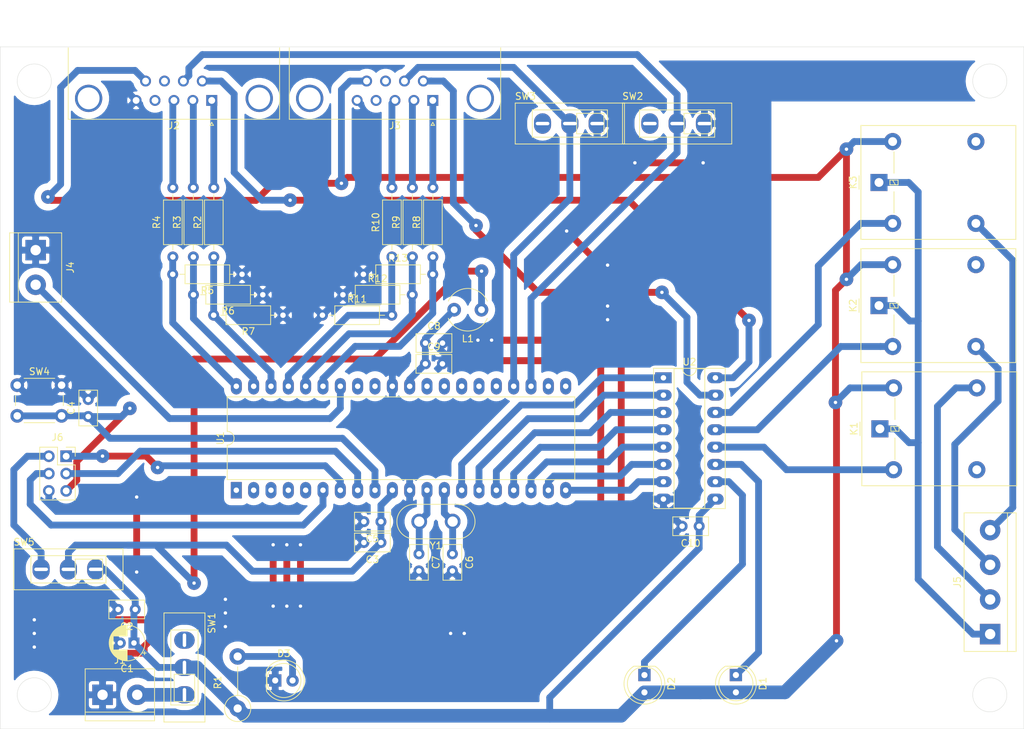
<source format=kicad_pcb>
(kicad_pcb (version 20171130) (host pcbnew "(5.1.2)-2")
  (layers (0 F.Cu signal) (31 B.Cu signal) (34 B.Paste user) (35 F.Paste user) (36 B.SilkS user) (37 F.SilkS user) (38 B.Mask user) (39 F.Mask user) (44 Edge.Cuts user))
  (net 0 "")
  (net 1 GND)
  (net 2 +5V)
  (net 3 VCC)
  (net 4 RST)
  (net 5 "Net-(C6-Pad1)")
  (net 6 "Net-(C7-Pad1)")
  (net 7 AVCC)
  (net 8 Indicator-A)
  (net 9 Indicator-B)
  (net 10 "Net-(D3-Pad2)")
  (net 11 "Net-(J1-Pad2)")
  (net 12 Switch-A)
  (net 13 Buzzer-A)
  (net 14 Top-B)
  (net 15 Middle-B)
  (net 16 Bottom-B)
  (net 17 Switch-B)
  (net 18 Buzzer-B)
  (net 19 PowerDetection-B)
  (net 20 "Net-(J5-Pad4)")
  (net 21 Line-A)
  (net 22 "Net-(J5-Pad3)")
  (net 23 "Net-(J5-Pad2)")
  (net 24 MOSI)
  (net 25 SCK)
  (net 26 "Net-(J6-Pad2)")
  (net 27 MISO)
  (net 28 Valve)
  (net 29 SupplySelect)
  (net 30 MotorON-OFF)
  (net 31 Top-A)
  (net 32 Middle-A)
  (net 33 Bottom-A)
  (net 34 "Net-(U1-Pad20)")
  (net 35 "Net-(U1-Pad19)")
  (net 36 "Net-(U1-Pad18)")
  (net 37 "Net-(U1-Pad17)")
  (net 38 "Net-(U1-Pad16)")
  (net 39 "Net-(U1-Pad15)")
  (net 40 "Net-(U1-Pad14)")
  (net 41 "Net-(J2-Pad3)")
  (net 42 "Net-(J2-Pad2)")
  (net 43 "Net-(J2-Pad1)")
  (net 44 "Net-(J3-Pad3)")
  (net 45 "Net-(J3-Pad2)")
  (net 46 "Net-(J3-Pad1)")
  (module Package_DIP:DIP-40_W15.24mm_LongPads (layer F.Cu) (at 59.6 90 90)
    (fp_text reference U1 (at 7.62 -2.33 90) (layer F.SilkS))
    (fp_text value ATmega8535-16PU)
    (pad 40 thru_hole oval (at 15.24 0 90) (size 2.4 1.6) (drill 0.8) (layers *.Cu *.Mask) (net 31 Top-A))
    (pad 20 thru_hole oval (at 0 48.26 90) (size 2.4 1.6) (drill 0.8) (layers *.Cu *.Mask) (net 34 "Net-(U1-Pad20)"))
    (pad 39 thru_hole oval (at 15.24 2.54 90) (size 2.4 1.6) (drill 0.8) (layers *.Cu *.Mask) (net 32 Middle-A))
    (pad 19 thru_hole oval (at 0 45.72 90) (size 2.4 1.6) (drill 0.8) (layers *.Cu *.Mask) (net 35 "Net-(U1-Pad19)"))
    (pad 38 thru_hole oval (at 15.24 5.08 90) (size 2.4 1.6) (drill 0.8) (layers *.Cu *.Mask) (net 33 Bottom-A))
    (pad 18 thru_hole oval (at 0 43.18 90) (size 2.4 1.6) (drill 0.8) (layers *.Cu *.Mask) (net 36 "Net-(U1-Pad18)"))
    (pad 37 thru_hole oval (at 15.24 7.62 90) (size 2.4 1.6) (drill 0.8) (layers *.Cu *.Mask) (net 14 Top-B))
    (pad 17 thru_hole oval (at 0 40.64 90) (size 2.4 1.6) (drill 0.8) (layers *.Cu *.Mask) (net 37 "Net-(U1-Pad17)"))
    (pad 36 thru_hole oval (at 15.24 10.16 90) (size 2.4 1.6) (drill 0.8) (layers *.Cu *.Mask) (net 15 Middle-B))
    (pad 16 thru_hole oval (at 0 38.1 90) (size 2.4 1.6) (drill 0.8) (layers *.Cu *.Mask) (net 38 "Net-(U1-Pad16)"))
    (pad 35 thru_hole oval (at 15.24 12.7 90) (size 2.4 1.6) (drill 0.8) (layers *.Cu *.Mask) (net 16 Bottom-B))
    (pad 15 thru_hole oval (at 0 35.56 90) (size 2.4 1.6) (drill 0.8) (layers *.Cu *.Mask) (net 39 "Net-(U1-Pad15)"))
    (pad 34 thru_hole oval (at 15.24 15.24 90) (size 2.4 1.6) (drill 0.8) (layers *.Cu *.Mask) (net 19 PowerDetection-B))
    (pad 14 thru_hole oval (at 0 33.02 90) (size 2.4 1.6) (drill 0.8) (layers *.Cu *.Mask) (net 40 "Net-(U1-Pad14)"))
    (pad 33 thru_hole oval (at 15.24 17.78 90) (size 2.4 1.6) (drill 0.8) (layers *.Cu *.Mask))
    (pad 13 thru_hole oval (at 0 30.48 90) (size 2.4 1.6) (drill 0.8) (layers *.Cu *.Mask) (net 5 "Net-(C6-Pad1)"))
    (pad 32 thru_hole oval (at 15.24 20.32 90) (size 2.4 1.6) (drill 0.8) (layers *.Cu *.Mask))
    (pad 12 thru_hole oval (at 0 27.94 90) (size 2.4 1.6) (drill 0.8) (layers *.Cu *.Mask) (net 6 "Net-(C7-Pad1)"))
    (pad 31 thru_hole oval (at 15.24 22.86 90) (size 2.4 1.6) (drill 0.8) (layers *.Cu *.Mask) (net 1 GND))
    (pad 11 thru_hole oval (at 0 25.4 90) (size 2.4 1.6) (drill 0.8) (layers *.Cu *.Mask) (net 1 GND))
    (pad 30 thru_hole oval (at 15.24 25.4 90) (size 2.4 1.6) (drill 0.8) (layers *.Cu *.Mask) (net 7 AVCC))
    (pad 10 thru_hole oval (at 0 22.86 90) (size 2.4 1.6) (drill 0.8) (layers *.Cu *.Mask) (net 3 VCC))
    (pad 29 thru_hole oval (at 15.24 27.94 90) (size 2.4 1.6) (drill 0.8) (layers *.Cu *.Mask))
    (pad 9 thru_hole oval (at 0 20.32 90) (size 2.4 1.6) (drill 0.8) (layers *.Cu *.Mask) (net 4 RST))
    (pad 28 thru_hole oval (at 15.24 30.48 90) (size 2.4 1.6) (drill 0.8) (layers *.Cu *.Mask))
    (pad 8 thru_hole oval (at 0 17.78 90) (size 2.4 1.6) (drill 0.8) (layers *.Cu *.Mask) (net 25 SCK))
    (pad 27 thru_hole oval (at 15.24 33.02 90) (size 2.4 1.6) (drill 0.8) (layers *.Cu *.Mask))
    (pad 7 thru_hole oval (at 0 15.24 90) (size 2.4 1.6) (drill 0.8) (layers *.Cu *.Mask) (net 27 MISO))
    (pad 26 thru_hole oval (at 15.24 35.56 90) (size 2.4 1.6) (drill 0.8) (layers *.Cu *.Mask))
    (pad 6 thru_hole oval (at 0 12.7 90) (size 2.4 1.6) (drill 0.8) (layers *.Cu *.Mask) (net 24 MOSI))
    (pad 25 thru_hole oval (at 15.24 38.1 90) (size 2.4 1.6) (drill 0.8) (layers *.Cu *.Mask))
    (pad 5 thru_hole oval (at 0 10.16 90) (size 2.4 1.6) (drill 0.8) (layers *.Cu *.Mask))
    (pad 24 thru_hole oval (at 15.24 40.64 90) (size 2.4 1.6) (drill 0.8) (layers *.Cu *.Mask) (net 17 Switch-B))
    (pad 4 thru_hole oval (at 0 7.62 90) (size 2.4 1.6) (drill 0.8) (layers *.Cu *.Mask))
    (pad 23 thru_hole oval (at 15.24 43.18 90) (size 2.4 1.6) (drill 0.8) (layers *.Cu *.Mask) (net 12 Switch-A))
    (pad 3 thru_hole oval (at 0 5.08 90) (size 2.4 1.6) (drill 0.8) (layers *.Cu *.Mask))
    (pad 22 thru_hole oval (at 15.24 45.72 90) (size 2.4 1.6) (drill 0.8) (layers *.Cu *.Mask))
    (pad 2 thru_hole oval (at 0 2.54 90) (size 2.4 1.6) (drill 0.8) (layers *.Cu *.Mask))
    (pad 21 thru_hole oval (at 15.24 48.26 90) (size 2.4 1.6) (drill 0.8) (layers *.Cu *.Mask))
    (pad 1 thru_hole rect (at 0 0 90) (size 2.4 1.6) (drill 0.8) (layers *.Cu *.Mask))
  )
  (module Capacitor_THT:C_Disc_D5.0mm_W2.5mm_P2.50mm (layer F.Cu) (at 127.42 95.28 180)
    (fp_text reference C10 (at 1.25 -2.5) (layer F.SilkS))
    (fp_text value 0.1uF)
    (pad 2 thru_hole circle (at 2.5 0 180) (size 1.6 1.6) (drill 0.8) (layers *.Cu *.Mask) (net 1 GND))
    (pad 1 thru_hole circle (at 0 0 180) (size 1.6 1.6) (drill 0.8) (layers *.Cu *.Mask) (net 2 +5V))
  )
  (module Capacitor_THT:C_Disc_D5.0mm_W2.5mm_P2.50mm (layer F.Cu) (at 87.3 71.47)
    (fp_text reference C9 (at 1.25 -2.5) (layer F.SilkS))
    (fp_text value 0.01uF)
    (pad 2 thru_hole circle (at 2.5 0) (size 1.6 1.6) (drill 0.8) (layers *.Cu *.Mask) (net 1 GND))
    (pad 1 thru_hole circle (at 0 0) (size 1.6 1.6) (drill 0.8) (layers *.Cu *.Mask) (net 7 AVCC))
  )
  (module Capacitor_THT:C_Disc_D5.0mm_W2.5mm_P2.50mm (layer F.Cu) (at 87.31 68.43)
    (fp_text reference C8 (at 1.25 -2.5) (layer F.SilkS))
    (fp_text value 0.1uF)
    (pad 2 thru_hole circle (at 2.5 0) (size 1.6 1.6) (drill 0.8) (layers *.Cu *.Mask) (net 1 GND))
    (pad 1 thru_hole circle (at 0 0) (size 1.6 1.6) (drill 0.8) (layers *.Cu *.Mask) (net 7 AVCC))
  )
  (module Capacitor_THT:C_Disc_D5.0mm_W2.5mm_P2.50mm (layer F.Cu) (at 86.36 99.33 270)
    (fp_text reference C7 (at 1.25 -2.5 90) (layer F.SilkS))
    (fp_text value 20pF)
    (pad 2 thru_hole circle (at 2.5 0 270) (size 1.6 1.6) (drill 0.8) (layers *.Cu *.Mask) (net 1 GND))
    (pad 1 thru_hole circle (at 0 0 270) (size 1.6 1.6) (drill 0.8) (layers *.Cu *.Mask) (net 6 "Net-(C7-Pad1)"))
  )
  (module Capacitor_THT:C_Disc_D5.0mm_W2.5mm_P2.50mm (layer F.Cu) (at 91.26 99.33 270)
    (fp_text reference C6 (at 1.25 -2.5 90) (layer F.SilkS))
    (fp_text value 20pF)
    (pad 2 thru_hole circle (at 2.5 0 270) (size 1.6 1.6) (drill 0.8) (layers *.Cu *.Mask) (net 1 GND))
    (pad 1 thru_hole circle (at 0 0 270) (size 1.6 1.6) (drill 0.8) (layers *.Cu *.Mask) (net 5 "Net-(C6-Pad1)"))
  )
  (module Capacitor_THT:C_Disc_D5.0mm_W2.5mm_P2.50mm (layer F.Cu) (at 80.79 94.61 180)
    (fp_text reference C5 (at 1.25 -2.5) (layer F.SilkS))
    (fp_text value 0.01uF)
    (pad 2 thru_hole circle (at 2.5 0 180) (size 1.6 1.6) (drill 0.8) (layers *.Cu *.Mask) (net 1 GND))
    (pad 1 thru_hole circle (at 0 0 180) (size 1.6 1.6) (drill 0.8) (layers *.Cu *.Mask) (net 3 VCC))
  )
  (module Capacitor_THT:C_Disc_D5.0mm_W2.5mm_P2.50mm (layer F.Cu) (at 37.9 79.2 90)
    (fp_text reference C4 (at 1.25 -2.5 90) (layer F.SilkS))
    (fp_text value 0.1uF)
    (pad 2 thru_hole circle (at 2.5 0 90) (size 1.6 1.6) (drill 0.8) (layers *.Cu *.Mask) (net 1 GND))
    (pad 1 thru_hole circle (at 0 0 90) (size 1.6 1.6) (drill 0.8) (layers *.Cu *.Mask) (net 4 RST))
  )
  (module Capacitor_THT:C_Disc_D5.0mm_W2.5mm_P2.50mm (layer F.Cu) (at 80.79 97.67 180)
    (fp_text reference C3 (at 1.25 -2.5) (layer F.SilkS))
    (fp_text value 0.1uF)
    (pad 2 thru_hole circle (at 2.5 0 180) (size 1.6 1.6) (drill 0.8) (layers *.Cu *.Mask) (net 1 GND))
    (pad 1 thru_hole circle (at 0 0 180) (size 1.6 1.6) (drill 0.8) (layers *.Cu *.Mask) (net 3 VCC))
  )
  (module Capacitor_THT:C_Disc_D5.0mm_W2.5mm_P2.50mm (layer F.Cu) (at 44.79 107.48 180)
    (fp_text reference C2 (at 1.25 -2.5) (layer F.SilkS))
    (fp_text value 0.1uF)
    (pad 2 thru_hole circle (at 2.5 0 180) (size 1.6 1.6) (drill 0.8) (layers *.Cu *.Mask) (net 1 GND))
    (pad 1 thru_hole circle (at 0 0 180) (size 1.6 1.6) (drill 0.8) (layers *.Cu *.Mask) (net 2 +5V))
  )
  (module "custom footprint:SPDT Switch" (layer F.Cu) (at 39 101.6 180)
    (fp_text reference SW5 (at 10.5 4) (layer F.SilkS))
    (fp_text value SW_SPDT)
    (pad 3 thru_hole oval (at 8 0 180) (size 2.5 3) (drill oval 2 0.5) (layers *.Cu *.Mask) (net 26 "Net-(J6-Pad2)"))
    (pad 2 thru_hole oval (at 4 0 180) (size 2.5 3) (drill oval 2 0.5) (layers *.Cu *.Mask) (net 3 VCC))
    (pad 1 thru_hole oval (at 0 0 180) (size 2.5 3) (drill oval 2 0.5) (layers *.Cu *.Mask) (net 2 +5V))
  )
  (module "custom footprint:SPDT Switch" (layer F.Cu) (at 112.47 36.24 180)
    (fp_text reference SW3 (at 10.5 4) (layer F.SilkS))
    (fp_text value SW_SPDT)
    (pad 3 thru_hole oval (at 8 0 180) (size 2.5 3) (drill oval 2 0.5) (layers *.Cu *.Mask))
    (pad 2 thru_hole oval (at 4 0 180) (size 2.5 3) (drill oval 2 0.5) (layers *.Cu *.Mask) (net 17 Switch-B))
    (pad 1 thru_hole oval (at 0 0 180) (size 2.5 3) (drill oval 2 0.5) (layers *.Cu *.Mask) (net 1 GND))
  )
  (module "custom footprint:SPDT Switch" (layer F.Cu) (at 128.19 36.24 180)
    (fp_text reference SW2 (at 10.5 4) (layer F.SilkS))
    (fp_text value SW_SPDT)
    (pad 3 thru_hole oval (at 8 0 180) (size 2.5 3) (drill oval 2 0.5) (layers *.Cu *.Mask))
    (pad 2 thru_hole oval (at 4 0 180) (size 2.5 3) (drill oval 2 0.5) (layers *.Cu *.Mask) (net 12 Switch-A))
    (pad 1 thru_hole oval (at 0 0 180) (size 2.5 3) (drill oval 2 0.5) (layers *.Cu *.Mask) (net 1 GND))
  )
  (module "custom footprint:SPDT Switch" (layer F.Cu) (at 52 119.99 90)
    (fp_text reference SW1 (at 10.5 4 90) (layer F.SilkS))
    (fp_text value SW_SPDT)
    (pad 3 thru_hole oval (at 8 0 90) (size 2.5 3) (drill oval 2 0.5) (layers *.Cu *.Mask))
    (pad 2 thru_hole oval (at 4 0 90) (size 2.5 3) (drill oval 2 0.5) (layers *.Cu *.Mask) (net 2 +5V))
    (pad 1 thru_hole oval (at 0 0 90) (size 2.5 3) (drill oval 2 0.5) (layers *.Cu *.Mask) (net 11 "Net-(J1-Pad2)"))
  )
  (module Capacitor_THT:CP_Radial_D5.0mm_P2.00mm (layer F.Cu) (at 44.6 112.4 180)
    (fp_text reference C1 (at 1 -3.75) (layer F.SilkS))
    (fp_text value 10uF)
    (pad 2 thru_hole circle (at 2 0 180) (size 1.6 1.6) (drill 0.8) (layers *.Cu *.Mask) (net 1 GND))
    (pad 1 thru_hole rect (at 0 0 180) (size 1.6 1.6) (drill 0.8) (layers *.Cu *.Mask) (net 2 +5V))
  )
  (module Button_Switch_THT:SW_PUSH_6mm_H5mm (layer F.Cu) (at 27.5 74.6)
    (fp_text reference SW4 (at 3.25 -2) (layer F.SilkS))
    (fp_text value SW_SPST)
    (pad 1 thru_hole circle (at 6.5 0 90) (size 2 2) (drill 1.1) (layers *.Cu *.Mask) (net 1 GND))
    (pad 2 thru_hole circle (at 6.5 4.5 90) (size 2 2) (drill 1.1) (layers *.Cu *.Mask) (net 4 RST))
    (pad 1 thru_hole circle (at 0 0 90) (size 2 2) (drill 1.1) (layers *.Cu *.Mask) (net 1 GND))
    (pad 2 thru_hole circle (at 0 4.5 90) (size 2 2) (drill 1.1) (layers *.Cu *.Mask) (net 4 RST))
  )
  (module Resistor_THT:R_Axial_DIN0207_L6.3mm_D2.5mm_P10.16mm_Horizontal (layer F.Cu) (at 78.22 58.34)
    (fp_text reference R13 (at 5.08 -2.37) (layer F.SilkS))
    (fp_text value 800k)
    (pad 2 thru_hole oval (at 10.16 0) (size 1.6 1.6) (drill 0.8) (layers *.Cu *.Mask) (net 16 Bottom-B))
    (pad 1 thru_hole circle (at 0 0) (size 1.6 1.6) (drill 0.8) (layers *.Cu *.Mask) (net 1 GND))
  )
  (module Resistor_THT:R_Axial_DIN0207_L6.3mm_D2.5mm_P10.16mm_Horizontal (layer F.Cu) (at 75.22 61.34)
    (fp_text reference R12 (at 5.08 -2.37) (layer F.SilkS))
    (fp_text value 800k)
    (pad 2 thru_hole oval (at 10.16 0) (size 1.6 1.6) (drill 0.8) (layers *.Cu *.Mask) (net 15 Middle-B))
    (pad 1 thru_hole circle (at 0 0) (size 1.6 1.6) (drill 0.8) (layers *.Cu *.Mask) (net 1 GND))
  )
  (module Resistor_THT:R_Axial_DIN0207_L6.3mm_D2.5mm_P10.16mm_Horizontal (layer F.Cu) (at 72.22 64.34)
    (fp_text reference R11 (at 5.08 -2.37) (layer F.SilkS))
    (fp_text value 800k)
    (pad 2 thru_hole oval (at 10.16 0) (size 1.6 1.6) (drill 0.8) (layers *.Cu *.Mask) (net 14 Top-B))
    (pad 1 thru_hole circle (at 0 0) (size 1.6 1.6) (drill 0.8) (layers *.Cu *.Mask) (net 1 GND))
  )
  (module Resistor_THT:R_Axial_DIN0207_L6.3mm_D2.5mm_P10.16mm_Horizontal (layer F.Cu) (at 82.4 55.8 90)
    (fp_text reference R10 (at 5.08 -2.37 90) (layer F.SilkS))
    (fp_text value 500k)
    (pad 2 thru_hole oval (at 10.16 0 90) (size 1.6 1.6) (drill 0.8) (layers *.Cu *.Mask) (net 44 "Net-(J3-Pad3)"))
    (pad 1 thru_hole circle (at 0 0 90) (size 1.6 1.6) (drill 0.8) (layers *.Cu *.Mask) (net 14 Top-B))
  )
  (module Resistor_THT:R_Axial_DIN0207_L6.3mm_D2.5mm_P10.16mm_Horizontal (layer F.Cu) (at 85.4 55.8 90)
    (fp_text reference R9 (at 5.08 -2.37 90) (layer F.SilkS))
    (fp_text value 500k)
    (pad 2 thru_hole oval (at 10.16 0 90) (size 1.6 1.6) (drill 0.8) (layers *.Cu *.Mask) (net 45 "Net-(J3-Pad2)"))
    (pad 1 thru_hole circle (at 0 0 90) (size 1.6 1.6) (drill 0.8) (layers *.Cu *.Mask) (net 15 Middle-B))
  )
  (module Resistor_THT:R_Axial_DIN0207_L6.3mm_D2.5mm_P10.16mm_Horizontal (layer F.Cu) (at 88.4 55.8 90)
    (fp_text reference R8 (at 5.08 -2.37 90) (layer F.SilkS))
    (fp_text value 500k)
    (pad 2 thru_hole oval (at 10.16 0 90) (size 1.6 1.6) (drill 0.8) (layers *.Cu *.Mask) (net 46 "Net-(J3-Pad1)"))
    (pad 1 thru_hole circle (at 0 0 90) (size 1.6 1.6) (drill 0.8) (layers *.Cu *.Mask) (net 16 Bottom-B))
  )
  (module Resistor_THT:R_Axial_DIN0207_L6.3mm_D2.5mm_P10.16mm_Horizontal (layer F.Cu) (at 66.44 64.34 180)
    (fp_text reference R7 (at 5.08 -2.37) (layer F.SilkS))
    (fp_text value 800k)
    (pad 2 thru_hole oval (at 10.16 0 180) (size 1.6 1.6) (drill 0.8) (layers *.Cu *.Mask) (net 33 Bottom-A))
    (pad 1 thru_hole circle (at 0 0 180) (size 1.6 1.6) (drill 0.8) (layers *.Cu *.Mask) (net 1 GND))
  )
  (module Resistor_THT:R_Axial_DIN0207_L6.3mm_D2.5mm_P10.16mm_Horizontal (layer F.Cu) (at 63.48 61.34 180)
    (fp_text reference R6 (at 5.08 -2.37) (layer F.SilkS))
    (fp_text value 800k)
    (pad 2 thru_hole oval (at 10.16 0 180) (size 1.6 1.6) (drill 0.8) (layers *.Cu *.Mask) (net 32 Middle-A))
    (pad 1 thru_hole circle (at 0 0 180) (size 1.6 1.6) (drill 0.8) (layers *.Cu *.Mask) (net 1 GND))
  )
  (module Resistor_THT:R_Axial_DIN0207_L6.3mm_D2.5mm_P10.16mm_Horizontal (layer F.Cu) (at 60.44 58.34 180)
    (fp_text reference R5 (at 5.08 -2.37) (layer F.SilkS))
    (fp_text value 800k)
    (pad 2 thru_hole oval (at 10.16 0 180) (size 1.6 1.6) (drill 0.8) (layers *.Cu *.Mask) (net 31 Top-A))
    (pad 1 thru_hole circle (at 0 0 180) (size 1.6 1.6) (drill 0.8) (layers *.Cu *.Mask) (net 1 GND))
  )
  (module Resistor_THT:R_Axial_DIN0207_L6.3mm_D2.5mm_P10.16mm_Horizontal (layer F.Cu) (at 50.3 55.8 90)
    (fp_text reference R4 (at 5.08 -2.37 90) (layer F.SilkS))
    (fp_text value 500k)
    (pad 2 thru_hole oval (at 10.16 0 90) (size 1.6 1.6) (drill 0.8) (layers *.Cu *.Mask) (net 41 "Net-(J2-Pad3)"))
    (pad 1 thru_hole circle (at 0 0 90) (size 1.6 1.6) (drill 0.8) (layers *.Cu *.Mask) (net 31 Top-A))
  )
  (module Resistor_THT:R_Axial_DIN0207_L6.3mm_D2.5mm_P10.16mm_Horizontal (layer F.Cu) (at 53.3 55.8 90)
    (fp_text reference R3 (at 5.08 -2.37 90) (layer F.SilkS))
    (fp_text value 500k)
    (pad 2 thru_hole oval (at 10.16 0 90) (size 1.6 1.6) (drill 0.8) (layers *.Cu *.Mask) (net 42 "Net-(J2-Pad2)"))
    (pad 1 thru_hole circle (at 0 0 90) (size 1.6 1.6) (drill 0.8) (layers *.Cu *.Mask) (net 32 Middle-A))
  )
  (module Resistor_THT:R_Axial_DIN0207_L6.3mm_D2.5mm_P10.16mm_Horizontal (layer F.Cu) (at 56.3 55.8 90)
    (fp_text reference R2 (at 5.08 -2.37 90) (layer F.SilkS))
    (fp_text value 500k)
    (pad 2 thru_hole oval (at 10.16 0 90) (size 1.6 1.6) (drill 0.8) (layers *.Cu *.Mask) (net 43 "Net-(J2-Pad1)"))
    (pad 1 thru_hole circle (at 0 0 90) (size 1.6 1.6) (drill 0.8) (layers *.Cu *.Mask) (net 33 Bottom-A))
  )
  (module Crystal:Crystal_HC50_Vertical (layer F.Cu) (at 91.3 94.6 180)
    (fp_text reference Y1 (at 2.45 -3.525) (layer F.SilkS))
    (fp_text value Crystal)
    (pad 2 thru_hole circle (at 4.9 0 180) (size 2.3 2.3) (drill 1.5) (layers *.Cu *.Mask) (net 6 "Net-(C7-Pad1)"))
    (pad 1 thru_hole circle (at 0 0 180) (size 2.3 2.3) (drill 1.5) (layers *.Cu *.Mask) (net 5 "Net-(C6-Pad1)"))
  )
  (module Package_DIP:DIP-16_W7.62mm_Socket_LongPads (layer F.Cu) (at 122.18 73.52)
    (fp_text reference U2 (at 3.81 -2.33) (layer F.SilkS))
    (fp_text value ULN2003)
    (pad 16 thru_hole oval (at 7.62 0) (size 2.4 1.6) (drill 0.8) (layers *.Cu *.Mask) (net 13 Buzzer-A))
    (pad 8 thru_hole oval (at 0 17.78) (size 2.4 1.6) (drill 0.8) (layers *.Cu *.Mask) (net 1 GND))
    (pad 15 thru_hole oval (at 7.62 2.54) (size 2.4 1.6) (drill 0.8) (layers *.Cu *.Mask) (net 18 Buzzer-B))
    (pad 7 thru_hole oval (at 0 15.24) (size 2.4 1.6) (drill 0.8) (layers *.Cu *.Mask) (net 34 "Net-(U1-Pad20)"))
    (pad 14 thru_hole oval (at 7.62 5.08) (size 2.4 1.6) (drill 0.8) (layers *.Cu *.Mask) (net 30 MotorON-OFF))
    (pad 6 thru_hole oval (at 0 12.7) (size 2.4 1.6) (drill 0.8) (layers *.Cu *.Mask) (net 35 "Net-(U1-Pad19)"))
    (pad 13 thru_hole oval (at 7.62 7.62) (size 2.4 1.6) (drill 0.8) (layers *.Cu *.Mask) (net 29 SupplySelect))
    (pad 5 thru_hole oval (at 0 10.16) (size 2.4 1.6) (drill 0.8) (layers *.Cu *.Mask) (net 36 "Net-(U1-Pad18)"))
    (pad 12 thru_hole oval (at 7.62 10.16) (size 2.4 1.6) (drill 0.8) (layers *.Cu *.Mask) (net 28 Valve))
    (pad 4 thru_hole oval (at 0 7.62) (size 2.4 1.6) (drill 0.8) (layers *.Cu *.Mask) (net 37 "Net-(U1-Pad17)"))
    (pad 11 thru_hole oval (at 7.62 12.7) (size 2.4 1.6) (drill 0.8) (layers *.Cu *.Mask) (net 8 Indicator-A))
    (pad 3 thru_hole oval (at 0 5.08) (size 2.4 1.6) (drill 0.8) (layers *.Cu *.Mask) (net 38 "Net-(U1-Pad16)"))
    (pad 10 thru_hole oval (at 7.62 15.24) (size 2.4 1.6) (drill 0.8) (layers *.Cu *.Mask) (net 9 Indicator-B))
    (pad 2 thru_hole oval (at 0 2.54) (size 2.4 1.6) (drill 0.8) (layers *.Cu *.Mask) (net 39 "Net-(U1-Pad15)"))
    (pad 9 thru_hole oval (at 7.62 17.78) (size 2.4 1.6) (drill 0.8) (layers *.Cu *.Mask) (net 2 +5V))
    (pad 1 thru_hole rect (at 0 0) (size 2.4 1.6) (drill 0.8) (layers *.Cu *.Mask) (net 40 "Net-(U1-Pad14)"))
  )
  (module Resistor_THT:R_Axial_DIN0411_L9.9mm_D3.6mm_P7.62mm_Vertical (layer F.Cu) (at 59.8 122 90)
    (fp_text reference R1 (at 3.81 -2.92 90) (layer F.SilkS))
    (fp_text value 150R)
    (pad 1 thru_hole circle (at 0 0 90) (size 2.4 2.4) (drill 1.2) (layers *.Cu *.Mask) (net 2 +5V))
    (pad 2 thru_hole oval (at 7.62 0 90) (size 2.4 2.4) (drill 1.2) (layers *.Cu *.Mask) (net 10 "Net-(D3-Pad2)"))
  )
  (module Inductor_THT:L_Radial_D6.0mm_P4.00mm (layer F.Cu) (at 95.52 63.54 180)
    (fp_text reference L1 (at 2 -4.25) (layer F.SilkS))
    (fp_text value 10uH)
    (pad 1 thru_hole circle (at 0 0 180) (size 2 2) (drill 1) (layers *.Cu *.Mask) (net 3 VCC))
    (pad 2 thru_hole circle (at 4 0 180) (size 2 2) (drill 1) (layers *.Cu *.Mask) (net 7 AVCC))
  )
  (module Relay_THT:Relay_SPDT_Omron-G5LE-1 (layer F.Cu) (at 153.765 44.879775 90)
    (fp_text reference K3 (at 0 -3.8 90) (layer F.SilkS))
    (fp_text value G5LE-1)
    (pad 1 thru_hole rect (at 0 0 90) (size 2.5 2.5) (drill 1.3) (layers *.Cu *.Mask) (net 21 Line-A))
    (pad 2 thru_hole oval (at -6 2 90) (size 2.5 2.5) (drill 1.3) (layers *.Cu *.Mask) (net 30 MotorON-OFF))
    (pad 3 thru_hole oval (at -6 14.2 90) (size 2.5 2.5) (drill 1.3) (layers *.Cu *.Mask) (net 20 "Net-(J5-Pad4)"))
    (pad 4 thru_hole oval (at 6 14.2 90) (size 2.5 2.5) (drill 1.3) (layers *.Cu *.Mask))
    (pad 5 thru_hole oval (at 6 2 90) (size 2.5 2.5) (drill 1.3) (layers *.Cu *.Mask) (net 2 +5V))
  )
  (module Relay_THT:Relay_SPDT_Omron-G5LE-1 (layer F.Cu) (at 153.765 62.929775 90)
    (fp_text reference K2 (at 0 -3.8 90) (layer F.SilkS))
    (fp_text value G5LE-1)
    (pad 1 thru_hole rect (at 0 0 90) (size 2.5 2.5) (drill 1.3) (layers *.Cu *.Mask) (net 21 Line-A))
    (pad 2 thru_hole oval (at -6 2 90) (size 2.5 2.5) (drill 1.3) (layers *.Cu *.Mask) (net 29 SupplySelect))
    (pad 3 thru_hole oval (at -6 14.2 90) (size 2.5 2.5) (drill 1.3) (layers *.Cu *.Mask) (net 22 "Net-(J5-Pad3)"))
    (pad 4 thru_hole oval (at 6 14.2 90) (size 2.5 2.5) (drill 1.3) (layers *.Cu *.Mask))
    (pad 5 thru_hole oval (at 6 2 90) (size 2.5 2.5) (drill 1.3) (layers *.Cu *.Mask) (net 2 +5V))
  )
  (module Relay_THT:Relay_SPDT_Omron-G5LE-1 (layer F.Cu) (at 153.9 81 90)
    (fp_text reference K1 (at 0 -3.8 90) (layer F.SilkS))
    (fp_text value G5LE-1)
    (pad 1 thru_hole rect (at 0 0 90) (size 2.5 2.5) (drill 1.3) (layers *.Cu *.Mask) (net 21 Line-A))
    (pad 2 thru_hole oval (at -6 2 90) (size 2.5 2.5) (drill 1.3) (layers *.Cu *.Mask) (net 28 Valve))
    (pad 3 thru_hole oval (at -6 14.2 90) (size 2.5 2.5) (drill 1.3) (layers *.Cu *.Mask))
    (pad 4 thru_hole oval (at 6 14.2 90) (size 2.5 2.5) (drill 1.3) (layers *.Cu *.Mask) (net 23 "Net-(J5-Pad2)"))
    (pad 5 thru_hole oval (at 6 2 90) (size 2.5 2.5) (drill 1.3) (layers *.Cu *.Mask) (net 2 +5V))
  )
  (module Connector_PinSocket_2.54mm:PinSocket_2x03_P2.54mm_Vertical (layer F.Cu) (at 34.67 85.02)
    (fp_text reference J6 (at -1.27 -2.77) (layer F.SilkS))
    (fp_text value AVR-ISP-6)
    (pad 1 thru_hole rect (at 0 0) (size 1.7 1.7) (drill 1) (layers *.Cu *.Mask) (net 27 MISO))
    (pad 2 thru_hole oval (at -2.54 0) (size 1.7 1.7) (drill 1) (layers *.Cu *.Mask) (net 26 "Net-(J6-Pad2)"))
    (pad 3 thru_hole oval (at 0 2.54) (size 1.7 1.7) (drill 1) (layers *.Cu *.Mask) (net 25 SCK))
    (pad 4 thru_hole oval (at -2.54 2.54) (size 1.7 1.7) (drill 1) (layers *.Cu *.Mask) (net 24 MOSI))
    (pad 5 thru_hole oval (at 0 5.08) (size 1.7 1.7) (drill 1) (layers *.Cu *.Mask) (net 4 RST))
    (pad 6 thru_hole oval (at -2.54 5.08) (size 1.7 1.7) (drill 1) (layers *.Cu *.Mask) (net 1 GND))
  )
  (module TerminalBlock:TerminalBlock_bornier-4_P5.08mm (layer F.Cu) (at 170.05 111.1 90)
    (fp_text reference J5 (at 7.6 -4.8 90) (layer F.SilkS))
    (fp_text value Screw_Terminal_01x04)
    (pad 2 thru_hole circle (at 5.08 0 90) (size 3 3) (drill 1.52) (layers *.Cu *.Mask) (net 23 "Net-(J5-Pad2)"))
    (pad 3 thru_hole circle (at 10.16 0 90) (size 3 3) (drill 1.52) (layers *.Cu *.Mask) (net 22 "Net-(J5-Pad3)"))
    (pad 1 thru_hole rect (at 0 0 90) (size 3 3) (drill 1.52) (layers *.Cu *.Mask) (net 21 Line-A))
    (pad 4 thru_hole circle (at 15.24 0 90) (size 3 3) (drill 1.52) (layers *.Cu *.Mask) (net 20 "Net-(J5-Pad4)"))
  )
  (module TerminalBlock:TerminalBlock_bornier-2_P5.08mm (layer F.Cu) (at 30.2 54.8 270)
    (fp_text reference J4 (at 2.54 -5.08 90) (layer F.SilkS))
    (fp_text value Screw_Terminal_01x02)
    (pad 1 thru_hole rect (at 0 0 270) (size 3 3) (drill 1.52) (layers *.Cu *.Mask) (net 1 GND))
    (pad 2 thru_hole circle (at 5.08 0 270) (size 3 3) (drill 1.52) (layers *.Cu *.Mask) (net 19 PowerDetection-B))
  )
  (module Connector_Dsub:DSUB-9_Male_Horizontal_P2.77x2.84mm_EdgePinOffset4.94mm_Housed_MountingHolesOffset7.48mm (layer F.Cu) (at 88.39 32.85 180)
    (fp_text reference J3 (at 5.54 -3.7) (layer F.SilkS))
    (fp_text value DB9_Male)
    (pad 1 thru_hole rect (at 0 0 180) (size 1.6 1.6) (drill 1) (layers *.Cu *.Mask) (net 46 "Net-(J3-Pad1)"))
    (pad 2 thru_hole circle (at 2.77 0 180) (size 1.6 1.6) (drill 1) (layers *.Cu *.Mask) (net 45 "Net-(J3-Pad2)"))
    (pad 3 thru_hole circle (at 5.54 0 180) (size 1.6 1.6) (drill 1) (layers *.Cu *.Mask) (net 44 "Net-(J3-Pad3)"))
    (pad 4 thru_hole circle (at 8.31 0 180) (size 1.6 1.6) (drill 1) (layers *.Cu *.Mask))
    (pad 5 thru_hole circle (at 11.08 0 180) (size 1.6 1.6) (drill 1) (layers *.Cu *.Mask) (net 1 GND))
    (pad 6 thru_hole circle (at 1.385 2.84 180) (size 1.6 1.6) (drill 1) (layers *.Cu *.Mask) (net 18 Buzzer-B))
    (pad 7 thru_hole circle (at 4.155 2.84 180) (size 1.6 1.6) (drill 1) (layers *.Cu *.Mask) (net 17 Switch-B))
    (pad 8 thru_hole circle (at 6.925 2.84 180) (size 1.6 1.6) (drill 1) (layers *.Cu *.Mask))
    (pad 9 thru_hole circle (at 9.695 2.84 180) (size 1.6 1.6) (drill 1) (layers *.Cu *.Mask) (net 2 +5V))
    (pad 0 thru_hole circle (at -6.96 0.3 180) (size 4 4) (drill 3.2) (layers *.Cu *.Mask))
    (pad 0 thru_hole circle (at 18.04 0.3 180) (size 4 4) (drill 3.2) (layers *.Cu *.Mask))
  )
  (module Connector_Dsub:DSUB-9_Male_Horizontal_P2.77x2.84mm_EdgePinOffset4.94mm_Housed_MountingHolesOffset7.48mm (layer F.Cu) (at 56 32.85 180)
    (fp_text reference J2 (at 5.54 -3.7) (layer F.SilkS))
    (fp_text value DB9_Male)
    (pad 1 thru_hole rect (at 0 0 180) (size 1.6 1.6) (drill 1) (layers *.Cu *.Mask) (net 43 "Net-(J2-Pad1)"))
    (pad 2 thru_hole circle (at 2.77 0 180) (size 1.6 1.6) (drill 1) (layers *.Cu *.Mask) (net 42 "Net-(J2-Pad2)"))
    (pad 3 thru_hole circle (at 5.54 0 180) (size 1.6 1.6) (drill 1) (layers *.Cu *.Mask) (net 41 "Net-(J2-Pad3)"))
    (pad 4 thru_hole circle (at 8.31 0 180) (size 1.6 1.6) (drill 1) (layers *.Cu *.Mask))
    (pad 5 thru_hole circle (at 11.08 0 180) (size 1.6 1.6) (drill 1) (layers *.Cu *.Mask) (net 1 GND))
    (pad 6 thru_hole circle (at 1.385 2.84 180) (size 1.6 1.6) (drill 1) (layers *.Cu *.Mask) (net 13 Buzzer-A))
    (pad 7 thru_hole circle (at 4.155 2.84 180) (size 1.6 1.6) (drill 1) (layers *.Cu *.Mask) (net 12 Switch-A))
    (pad 8 thru_hole circle (at 6.925 2.84 180) (size 1.6 1.6) (drill 1) (layers *.Cu *.Mask))
    (pad 9 thru_hole circle (at 9.695 2.84 180) (size 1.6 1.6) (drill 1) (layers *.Cu *.Mask) (net 2 +5V))
    (pad 0 thru_hole circle (at -6.96 0.3 180) (size 4 4) (drill 3.2) (layers *.Cu *.Mask))
    (pad 0 thru_hole circle (at 18.04 0.3 180) (size 4 4) (drill 3.2) (layers *.Cu *.Mask))
  )
  (module TerminalBlock:TerminalBlock_bornier-2_P5.08mm (layer F.Cu) (at 40 120)
    (fp_text reference J1 (at 2.54 -5.08) (layer F.SilkS))
    (fp_text value Screw_Terminal_01x02)
    (pad 2 thru_hole circle (at 5.08 0) (size 3 3) (drill 1.52) (layers *.Cu *.Mask) (net 11 "Net-(J1-Pad2)"))
    (pad 1 thru_hole rect (at 0 0) (size 3 3) (drill 1.52) (layers *.Cu *.Mask) (net 1 GND))
  )
  (module LED_THT:LED_D5.0mm (layer F.Cu) (at 65.3 117.9)
    (fp_text reference D3 (at 1.27 -3.96) (layer F.SilkS))
    (fp_text value LED)
    (pad 1 thru_hole rect (at 0 0) (size 1.8 1.8) (drill 0.9) (layers *.Cu *.Mask) (net 1 GND))
    (pad 2 thru_hole circle (at 2.54 0) (size 1.8 1.8) (drill 0.9) (layers *.Cu *.Mask) (net 10 "Net-(D3-Pad2)"))
  )
  (module LED_THT:LED_D5.0mm (layer F.Cu) (at 119.4 117.1 270)
    (fp_text reference D2 (at 1.27 -3.96 90) (layer F.SilkS))
    (fp_text value LED)
    (pad 1 thru_hole rect (at 0 0 270) (size 1.8 1.8) (drill 0.9) (layers *.Cu *.Mask) (net 9 Indicator-B))
    (pad 2 thru_hole circle (at 2.54 0 270) (size 1.8 1.8) (drill 0.9) (layers *.Cu *.Mask) (net 2 +5V))
  )
  (module LED_THT:LED_D5.0mm (layer F.Cu) (at 132.8 117.1 270)
    (fp_text reference D1 (at 1.27 -3.96 90) (layer F.SilkS))
    (fp_text value LED)
    (pad 1 thru_hole rect (at 0 0 270) (size 1.8 1.8) (drill 0.9) (layers *.Cu *.Mask) (net 8 Indicator-A))
    (pad 2 thru_hole circle (at 2.54 0 270) (size 1.8 1.8) (drill 0.9) (layers *.Cu *.Mask) (net 2 +5V))
  )
  (gr_circle (center 30 30) (end 30 32.5) (layer Edge.Cuts) (width 0.05))
  (gr_circle (center 30 120) (end 30 122.5) (layer Edge.Cuts) (width 0.05))
  (gr_circle (center 170 120) (end 170 122.5) (layer Edge.Cuts) (width 0.05))
  (gr_circle (center 170 30) (end 170 32.5) (layer Edge.Cuts) (width 0.05))
  (gr_line (start 25 125) (end 25 25) (layer Edge.Cuts) (width 0.05))
  (gr_line (start 175 125) (end 25 125) (layer Edge.Cuts) (width 0.05))
  (gr_line (start 175 25) (end 175 125) (layer Edge.Cuts) (width 0.05))
  (gr_line (start 25 25) (end 175 25) (layer Edge.Cuts) (width 0.05))
  (via (at 65 98) (size 2) (drill 0.5) (layers F.Cu B.Cu) (net 1))
  (via (at 67 98) (size 2) (drill 0.5) (layers F.Cu B.Cu) (net 1))
  (via (at 69 98) (size 2) (drill 0.5) (layers F.Cu B.Cu) (net 1))
  (via (at 65 107) (size 2) (drill 0.5) (layers F.Cu B.Cu) (net 1))
  (via (at 67 107) (size 2) (drill 0.5) (layers F.Cu B.Cu) (net 1))
  (via (at 69 107) (size 2) (drill 0.5) (layers F.Cu B.Cu) (net 1))
  (segment (start 65 98) (end 65 107) (width 1) (layer F.Cu) (net 1))
  (segment (start 67 98) (end 67 107) (width 1) (layer F.Cu) (net 1))
  (segment (start 69 98) (end 69 107) (width 1) (layer F.Cu) (net 1))
  (via (at 45 91) (size 2) (drill 0.5) (layers F.Cu B.Cu) (net 1))
  (via (at 45 102) (size 2) (drill 0.5) (layers F.Cu B.Cu) (net 1))
  (segment (start 45 91) (end 45 102) (width 1) (layer F.Cu) (net 1))
  (via (at 30 109) (size 2) (drill 0.5) (layers F.Cu B.Cu) (net 1))
  (via (at 30 111) (size 2) (drill 0.5) (layers F.Cu B.Cu) (net 1))
  (via (at 30 113) (size 2) (drill 0.5) (layers F.Cu B.Cu) (net 1))
  (via (at 58 106) (size 2) (drill 0.5) (layers F.Cu B.Cu) (net 1))
  (via (at 58 108) (size 2) (drill 0.5) (layers F.Cu B.Cu) (net 1))
  (via (at 58 110) (size 2) (drill 0.5) (layers F.Cu B.Cu) (net 1))
  (segment (start 55 109) (end 58 106) (width 1) (layer F.Cu) (net 1))
  (segment (start 30 109) (end 55 109) (width 1) (layer F.Cu) (net 1))
  (via (at 93 111) (size 2) (drill 0.5) (layers F.Cu B.Cu) (net 1))
  (segment (start 112.47 38.49) (end 115.98 42) (width 1) (layer B.Cu) (net 1))
  (segment (start 112.47 36.24) (end 112.47 38.49) (width 1) (layer B.Cu) (net 1))
  (via (at 118 42) (size 2) (drill 0.5) (layers F.Cu B.Cu) (net 1))
  (segment (start 115.98 42) (end 118 42) (width 1) (layer B.Cu) (net 1))
  (via (at 128 42) (size 2) (drill 0.5) (layers F.Cu B.Cu) (net 1))
  (via (at 114 63) (size 2) (drill 0.5) (layers F.Cu B.Cu) (net 1))
  (via (at 114 65) (size 2) (drill 0.5) (layers F.Cu B.Cu) (net 1))
  (segment (start 104 111) (end 93 111) (width 1) (layer F.Cu) (net 1))
  (segment (start 116 99) (end 104 111) (width 1) (layer F.Cu) (net 1))
  (segment (start 116 71) (end 116 99) (width 1) (layer F.Cu) (net 1))
  (segment (start 113 68) (end 116 71) (width 1) (layer F.Cu) (net 1))
  (segment (start 97 68) (end 113 68) (width 1) (layer F.Cu) (net 1))
  (via (at 97 68) (size 2) (drill 0.5) (layers F.Cu B.Cu) (net 1))
  (via (at 95 68) (size 2) (drill 0.5) (layers F.Cu B.Cu) (net 1))
  (segment (start 111 68) (end 114 65) (width 1) (layer F.Cu) (net 1))
  (segment (start 95 68) (end 111 68) (width 1) (layer F.Cu) (net 1))
  (segment (start 109 68) (end 114 63) (width 1) (layer F.Cu) (net 1))
  (segment (start 97 68) (end 109 68) (width 1) (layer F.Cu) (net 1))
  (segment (start 118 42) (end 128 42) (width 1) (layer F.Cu) (net 1))
  (via (at 108 52) (size 2) (drill 0.5) (layers F.Cu B.Cu) (net 1))
  (via (at 114 57) (size 2) (drill 0.5) (layers F.Cu B.Cu) (net 1))
  (segment (start 113 57) (end 108 52) (width 1) (layer F.Cu) (net 1))
  (segment (start 114 57) (end 113 57) (width 1) (layer F.Cu) (net 1))
  (segment (start 95 68) (end 95 70) (width 1) (layer F.Cu) (net 1))
  (segment (start 95 70) (end 96 71) (width 1) (layer F.Cu) (net 1))
  (segment (start 96 71) (end 112 71) (width 1) (layer F.Cu) (net 1))
  (segment (start 112 71) (end 113 72) (width 1) (layer F.Cu) (net 1))
  (segment (start 113 72) (end 113 98) (width 1) (layer F.Cu) (net 1))
  (segment (start 113 98) (end 102 109) (width 1) (layer F.Cu) (net 1))
  (segment (start 102 109) (end 93 109) (width 1) (layer F.Cu) (net 1))
  (via (at 91 111) (size 2) (drill 0.5) (layers F.Cu B.Cu) (net 1))
  (segment (start 93 109) (end 91.499999 110.500001) (width 1) (layer F.Cu) (net 1))
  (segment (start 96 71) (end 106.320002 71) (width 1) (layer F.Cu) (net 1))
  (segment (start 57.500001 108.499999) (end 58 108) (width 1) (layer F.Cu) (net 1))
  (segment (start 57 109) (end 57.500001 108.499999) (width 1) (layer F.Cu) (net 1))
  (segment (start 30 111) (end 32 109) (width 1) (layer F.Cu) (net 1))
  (segment (start 32 109) (end 57 109) (width 1) (layer F.Cu) (net 1))
  (segment (start 57.292894 110) (end 58 110) (width 1) (layer F.Cu) (net 1))
  (segment (start 56.292894 109) (end 57.292894 110) (width 1) (layer F.Cu) (net 1))
  (segment (start 30.900001 113.900001) (end 45.960001 113.900001) (width 1) (layer F.Cu) (net 1))
  (segment (start 30 113) (end 30.900001 113.900001) (width 1) (layer F.Cu) (net 1))
  (segment (start 45.960001 113.900001) (end 46.100001 113.760001) (width 1) (layer F.Cu) (net 1))
  (segment (start 46.100001 113.760001) (end 46.100001 112.899999) (width 1) (layer F.Cu) (net 1))
  (segment (start 46.100001 112.899999) (end 50 109) (width 1) (layer F.Cu) (net 1))
  (segment (start 50 109) (end 56.292894 109) (width 1) (layer F.Cu) (net 1))
  (segment (start 122.18 92.54) (end 124.92 95.28) (width 1) (layer B.Cu) (net 1))
  (segment (start 122.18 91.3) (end 122.18 92.54) (width 1) (layer B.Cu) (net 1))
  (segment (start 119.4 119.64) (end 120.672792 119.64) (width 2) (layer B.Cu) (net 2))
  (segment (start 127.700001 119.539999) (end 127.6 119.64) (width 1) (layer B.Cu) (net 2))
  (segment (start 127.6 119.64) (end 132.8 119.64) (width 2) (layer B.Cu) (net 2))
  (via (at 147.54 112.08) (size 2) (drill 0.5) (layers F.Cu B.Cu) (net 2))
  (segment (start 147.54 77.28) (end 147.39 77.13) (width 1) (layer F.Cu) (net 2))
  (segment (start 147.54 112.08) (end 147.54 77.28) (width 1) (layer F.Cu) (net 2))
  (segment (start 132.8 119.64) (end 139.98 119.64) (width 2) (layer B.Cu) (net 2))
  (segment (start 139.98 119.64) (end 147.54 112.08) (width 2) (layer B.Cu) (net 2))
  (via (at 147.39 77.13) (size 2) (drill 0.5) (layers F.Cu B.Cu) (net 2))
  (segment (start 149.52 75) (end 147.39 77.13) (width 1) (layer B.Cu) (net 2))
  (segment (start 155.9 75) (end 149.52 75) (width 1) (layer B.Cu) (net 2))
  (segment (start 115.97 123.07) (end 119.4 119.64) (width 2) (layer B.Cu) (net 2))
  (segment (start 59.8 122) (end 60.87 123.07) (width 2) (layer B.Cu) (net 2))
  (segment (start 155.765 38.879775) (end 150.120225 38.879775) (width 1) (layer B.Cu) (net 2))
  (segment (start 150.120225 38.879775) (end 149.499999 39.500001) (width 1) (layer B.Cu) (net 2))
  (via (at 149 40) (size 2) (drill 0.5) (layers F.Cu B.Cu) (net 2))
  (via (at 149.000001 59.080001) (size 2) (drill 0.5) (layers F.Cu B.Cu) (net 2))
  (segment (start 147.39 77.13) (end 147.39 60.690002) (width 1) (layer F.Cu) (net 2))
  (segment (start 149.5 58.580002) (end 149.000001 59.080001) (width 1) (layer B.Cu) (net 2))
  (segment (start 155.765 56.929775) (end 151.150227 56.929775) (width 1) (layer B.Cu) (net 2))
  (segment (start 149.000001 58.372895) (end 149.000001 59.080001) (width 1) (layer F.Cu) (net 2))
  (segment (start 149 40) (end 149.000001 40.707107) (width 1) (layer F.Cu) (net 2))
  (segment (start 148.500002 59.58) (end 149.000001 59.080001) (width 1) (layer F.Cu) (net 2))
  (via (at 75 45) (size 2) (drill 0.5) (layers F.Cu B.Cu) (net 2))
  (segment (start 148.500001 40.499999) (end 149 40) (width 1) (layer F.Cu) (net 2))
  (segment (start 75.860001 44.139999) (end 144.860001 44.139999) (width 1) (layer F.Cu) (net 2))
  (segment (start 75 45) (end 75.860001 44.139999) (width 1) (layer F.Cu) (net 2))
  (via (at 32 47) (size 2) (drill 0.5) (layers F.Cu B.Cu) (net 2))
  (segment (start 32.499999 47.499999) (end 62.500001 47.499999) (width 1) (layer F.Cu) (net 2))
  (segment (start 32 47) (end 32.499999 47.499999) (width 1) (layer F.Cu) (net 2))
  (segment (start 65 45) (end 75 45) (width 1) (layer F.Cu) (net 2))
  (segment (start 62.500001 47.499999) (end 65 45) (width 1) (layer F.Cu) (net 2))
  (segment (start 144.860001 44.139999) (end 148.500001 40.499999) (width 1) (layer F.Cu) (net 2))
  (segment (start 147.39 60.690002) (end 148.500002 59.58) (width 1) (layer F.Cu) (net 2))
  (segment (start 149.000001 40.707107) (end 149.000001 58.372895) (width 1) (layer F.Cu) (net 2))
  (segment (start 151.150227 56.929775) (end 149.5 58.580002) (width 1) (layer B.Cu) (net 2))
  (segment (start 149.499999 39.500001) (end 149 40) (width 1) (layer B.Cu) (net 2))
  (segment (start 120.672792 119.64) (end 127.6 119.64) (width 2) (layer B.Cu) (net 2))
  (segment (start 53.79 115.99) (end 59.8 122) (width 2) (layer B.Cu) (net 2))
  (segment (start 52 115.99) (end 53.79 115.99) (width 2) (layer B.Cu) (net 2))
  (segment (start 48.19 115.99) (end 44.6 112.4) (width 1) (layer B.Cu) (net 2))
  (segment (start 52 115.99) (end 48.19 115.99) (width 1) (layer B.Cu) (net 2))
  (segment (start 44.6 107.67) (end 44.79 107.48) (width 1) (layer B.Cu) (net 2))
  (segment (start 44.6 112.4) (end 44.6 107.67) (width 1) (layer B.Cu) (net 2))
  (segment (start 40.33 101.6) (end 39 101.6) (width 1) (layer B.Cu) (net 2))
  (segment (start 44.79 107.48) (end 44.79 106.06) (width 1) (layer B.Cu) (net 2))
  (segment (start 44.79 106.06) (end 40.33 101.6) (width 1) (layer B.Cu) (net 2))
  (segment (start 127.42 93.68) (end 129.8 91.3) (width 1) (layer B.Cu) (net 2))
  (segment (start 127.42 95.28) (end 127.42 93.68) (width 1) (layer B.Cu) (net 2))
  (segment (start 60.87 123.07) (end 105.52 123.07) (width 2) (layer B.Cu) (net 2))
  (segment (start 105.52 123.07) (end 115.97 123.07) (width 2) (layer B.Cu) (net 2))
  (segment (start 127.42 98.5) (end 127.42 95.28) (width 1) (layer B.Cu) (net 2))
  (segment (start 105.52 123.07) (end 105.52 120.4) (width 1) (layer B.Cu) (net 2))
  (segment (start 105.52 120.4) (end 127.42 98.5) (width 1) (layer B.Cu) (net 2))
  (segment (start 44.745 28.45) (end 46.305 30.01) (width 1) (layer B.Cu) (net 2))
  (segment (start 36.36 28.45) (end 44.745 28.45) (width 1) (layer B.Cu) (net 2))
  (segment (start 33.86 30.95) (end 36.36 28.45) (width 1) (layer B.Cu) (net 2))
  (segment (start 32 47) (end 33.86 45.14) (width 1) (layer B.Cu) (net 2))
  (segment (start 33.86 45.14) (end 33.86 30.95) (width 1) (layer B.Cu) (net 2))
  (segment (start 76.28 30.01) (end 78.695 30.01) (width 1) (layer B.Cu) (net 2))
  (segment (start 75 45) (end 75 31.29) (width 1) (layer B.Cu) (net 2))
  (segment (start 75 31.29) (end 76.28 30.01) (width 1) (layer B.Cu) (net 2))
  (segment (start 80.79 97.67) (end 80.79 94.61) (width 1) (layer B.Cu) (net 3))
  (segment (start 58.15 98.05) (end 61.98 101.88) (width 1) (layer B.Cu) (net 3))
  (segment (start 76.58 101.88) (end 80.79 97.67) (width 1) (layer B.Cu) (net 3))
  (segment (start 61.98 101.88) (end 76.58 101.88) (width 1) (layer B.Cu) (net 3))
  (segment (start 82.46 90.53) (end 82.46 90) (width 1) (layer B.Cu) (net 3))
  (segment (start 80.79 94.61) (end 80.79 92.2) (width 1) (layer B.Cu) (net 3))
  (segment (start 80.79 92.2) (end 82.46 90.53) (width 1) (layer B.Cu) (net 3))
  (via (at 53.41 103.62) (size 2) (drill 0.5) (layers F.Cu B.Cu) (net 3))
  (segment (start 47.84 98.05) (end 53.41 103.62) (width 1) (layer B.Cu) (net 3))
  (segment (start 43.76 98.05) (end 47.84 98.05) (width 1) (layer B.Cu) (net 3))
  (segment (start 43.76 98.05) (end 58.15 98.05) (width 1) (layer B.Cu) (net 3))
  (via (at 95.53 57.88) (size 2) (drill 0.5) (layers F.Cu B.Cu) (net 3))
  (segment (start 95.53 63.53) (end 95.52 63.54) (width 1) (layer B.Cu) (net 3))
  (segment (start 95.53 57.88) (end 95.53 63.53) (width 1) (layer B.Cu) (net 3))
  (segment (start 92.75 57.88) (end 95.53 57.88) (width 1) (layer F.Cu) (net 3))
  (segment (start 79.86 70.77) (end 92.75 57.88) (width 1) (layer F.Cu) (net 3))
  (segment (start 53.41 103.62) (end 53.41 70.77) (width 1) (layer F.Cu) (net 3))
  (segment (start 53.41 70.77) (end 79.86 70.77) (width 1) (layer F.Cu) (net 3))
  (segment (start 36.05 98.05) (end 43.76 98.05) (width 1) (layer B.Cu) (net 3))
  (segment (start 35 99.1) (end 36.05 98.05) (width 1) (layer B.Cu) (net 3))
  (segment (start 35 101.6) (end 35 99.1) (width 1) (layer B.Cu) (net 3))
  (segment (start 37.8 79.1) (end 37.9 79.2) (width 1) (layer B.Cu) (net 4))
  (segment (start 34 79.1) (end 37.8 79.1) (width 1) (layer B.Cu) (net 4))
  (segment (start 34 79.1) (end 27.5 79.1) (width 1) (layer B.Cu) (net 4))
  (segment (start 79.92 87.16) (end 79.92 90) (width 1) (layer B.Cu) (net 4))
  (segment (start 75.15 82.39) (end 79.92 87.16) (width 1) (layer B.Cu) (net 4))
  (segment (start 37.9 79.2) (end 41.09 82.39) (width 1) (layer B.Cu) (net 4))
  (segment (start 41.09 82.39) (end 75.15 82.39) (width 1) (layer B.Cu) (net 4))
  (via (at 44 78) (size 2) (drill 0.5) (layers F.Cu B.Cu) (net 4))
  (segment (start 37.9 79.2) (end 42.8 79.2) (width 1) (layer B.Cu) (net 4))
  (segment (start 42.8 79.2) (end 44 78) (width 1) (layer B.Cu) (net 4))
  (segment (start 35.519999 89.250001) (end 34.67 90.1) (width 1) (layer F.Cu) (net 4))
  (segment (start 36.220001 88.549999) (end 35.519999 89.250001) (width 1) (layer F.Cu) (net 4))
  (segment (start 36.220001 85.779999) (end 36.220001 88.549999) (width 1) (layer F.Cu) (net 4))
  (segment (start 44 78) (end 36.220001 85.779999) (width 1) (layer F.Cu) (net 4))
  (segment (start 90.08 93.38) (end 91.3 94.6) (width 1) (layer B.Cu) (net 5))
  (segment (start 90.08 90) (end 90.08 93.38) (width 1) (layer B.Cu) (net 5))
  (segment (start 91.3 99.29) (end 91.26 99.33) (width 1) (layer B.Cu) (net 5))
  (segment (start 91.3 94.6) (end 91.3 99.29) (width 1) (layer B.Cu) (net 5))
  (segment (start 87.54 93.46) (end 86.4 94.6) (width 1) (layer B.Cu) (net 6))
  (segment (start 87.54 90) (end 87.54 93.46) (width 1) (layer B.Cu) (net 6))
  (segment (start 86.4 99.29) (end 86.36 99.33) (width 1) (layer B.Cu) (net 6))
  (segment (start 86.4 94.6) (end 86.4 99.29) (width 1) (layer B.Cu) (net 6))
  (segment (start 85 73.77) (end 87.3 71.47) (width 1) (layer B.Cu) (net 7))
  (segment (start 85 74.76) (end 85 73.77) (width 1) (layer B.Cu) (net 7))
  (segment (start 87.3 68.44) (end 87.31 68.43) (width 1) (layer B.Cu) (net 7))
  (segment (start 87.3 71.47) (end 87.3 68.44) (width 1) (layer B.Cu) (net 7))
  (segment (start 87.31 67.75) (end 91.52 63.54) (width 1) (layer B.Cu) (net 7))
  (segment (start 87.31 68.43) (end 87.31 67.75) (width 1) (layer B.Cu) (net 7))
  (segment (start 133.59 86.22) (end 129.8 86.22) (width 1) (layer B.Cu) (net 8))
  (segment (start 136.12 88.75) (end 133.59 86.22) (width 1) (layer B.Cu) (net 8))
  (segment (start 132.8 117.1) (end 136.12 113.78) (width 1) (layer B.Cu) (net 8))
  (segment (start 136.12 113.78) (end 136.12 88.75) (width 1) (layer B.Cu) (net 8))
  (segment (start 131.77 88.76) (end 129.8 88.76) (width 1) (layer B.Cu) (net 9))
  (segment (start 133.76 90.75) (end 131.77 88.76) (width 1) (layer B.Cu) (net 9))
  (segment (start 133.76 100.84) (end 133.76 90.75) (width 1) (layer B.Cu) (net 9))
  (segment (start 119.4 117.1) (end 119.4 115.2) (width 1) (layer B.Cu) (net 9))
  (segment (start 119.4 115.2) (end 133.76 100.84) (width 1) (layer B.Cu) (net 9))
  (segment (start 59.8 114.38) (end 67.02 114.38) (width 1) (layer B.Cu) (net 10))
  (segment (start 67.84 115.2) (end 67.84 117.9) (width 1) (layer B.Cu) (net 10))
  (segment (start 67.02 114.38) (end 67.84 115.2) (width 1) (layer B.Cu) (net 10))
  (segment (start 51.99 120) (end 52 119.99) (width 2) (layer B.Cu) (net 11))
  (segment (start 45.08 120) (end 51.99 120) (width 2) (layer B.Cu) (net 11))
  (segment (start 102.78 61.9) (end 102.78 74.76) (width 1) (layer B.Cu) (net 12))
  (segment (start 124.19 36.24) (end 124.19 40.49) (width 1) (layer B.Cu) (net 12))
  (segment (start 124.19 40.49) (end 102.78 61.9) (width 1) (layer B.Cu) (net 12))
  (segment (start 52.644999 29.210001) (end 51.845 30.01) (width 1) (layer B.Cu) (net 12))
  (segment (start 52.644999 28.105001) (end 52.644999 29.210001) (width 1) (layer B.Cu) (net 12))
  (segment (start 54.62 26.13) (end 52.644999 28.105001) (width 1) (layer B.Cu) (net 12))
  (segment (start 118.33 26.13) (end 54.62 26.13) (width 1) (layer B.Cu) (net 12))
  (segment (start 124.19 36.24) (end 124.19 31.99) (width 1) (layer B.Cu) (net 12))
  (segment (start 124.19 31.99) (end 118.33 26.13) (width 1) (layer B.Cu) (net 12))
  (via (at 67.48 47.48) (size 2) (drill 0.5) (layers F.Cu B.Cu) (net 13))
  (via (at 134.72 65.11) (size 2) (drill 0.5) (layers F.Cu B.Cu) (net 13))
  (segment (start 134.72 65.11) (end 134.72 71.19) (width 1) (layer B.Cu) (net 13))
  (segment (start 132.39 73.52) (end 129.8 73.52) (width 1) (layer B.Cu) (net 13))
  (segment (start 134.72 71.19) (end 132.39 73.52) (width 1) (layer B.Cu) (net 13))
  (segment (start 134.220001 64.610001) (end 134.72 65.11) (width 1) (layer F.Cu) (net 13))
  (segment (start 67.48 47.48) (end 117.09 47.48) (width 1) (layer F.Cu) (net 13))
  (segment (start 117.09 47.48) (end 134.220001 64.610001) (width 1) (layer F.Cu) (net 13))
  (segment (start 55.74637 30.01) (end 54.615 30.01) (width 1) (layer B.Cu) (net 13))
  (segment (start 57.38 30.01) (end 55.74637 30.01) (width 1) (layer B.Cu) (net 13))
  (segment (start 59.29 31.92) (end 57.38 30.01) (width 1) (layer B.Cu) (net 13))
  (segment (start 59.29 43.4) (end 59.29 31.92) (width 1) (layer B.Cu) (net 13))
  (segment (start 67.48 47.48) (end 63.37 47.48) (width 1) (layer B.Cu) (net 13))
  (segment (start 63.37 47.48) (end 59.29 43.4) (width 1) (layer B.Cu) (net 13))
  (segment (start 76.03 64.34) (end 82.38 64.34) (width 1) (layer B.Cu) (net 14))
  (segment (start 67.22 74.76) (end 67.22 73.15) (width 1) (layer B.Cu) (net 14))
  (segment (start 67.22 73.15) (end 76.03 64.34) (width 1) (layer B.Cu) (net 14))
  (segment (start 82.38 55.82) (end 82.4 55.8) (width 1) (layer B.Cu) (net 14))
  (segment (start 82.38 64.34) (end 82.38 55.82) (width 1) (layer B.Cu) (net 14))
  (segment (start 85.38 62.47137) (end 85.38 61.34) (width 1) (layer B.Cu) (net 15))
  (segment (start 82.55 67.07) (end 85.38 64.24) (width 1) (layer B.Cu) (net 15))
  (segment (start 76.11 67.07) (end 82.55 67.07) (width 1) (layer B.Cu) (net 15))
  (segment (start 69.76 74.76) (end 69.76 73.42) (width 1) (layer B.Cu) (net 15))
  (segment (start 69.76 73.42) (end 76.11 67.07) (width 1) (layer B.Cu) (net 15))
  (segment (start 85.38 55.82) (end 85.4 55.8) (width 1) (layer B.Cu) (net 15))
  (segment (start 85.38 61.34) (end 85.38 55.82) (width 1) (layer B.Cu) (net 15))
  (segment (start 85.38 64.24) (end 85.38 62.47137) (width 1) (layer B.Cu) (net 15))
  (segment (start 88.38 59.47137) (end 88.38 58.34) (width 1) (layer B.Cu) (net 16))
  (segment (start 83.52 68.91) (end 88.38 64.05) (width 1) (layer B.Cu) (net 16))
  (segment (start 77.02 68.91) (end 83.52 68.91) (width 1) (layer B.Cu) (net 16))
  (segment (start 72.3 74.76) (end 72.3 73.63) (width 1) (layer B.Cu) (net 16))
  (segment (start 72.3 73.63) (end 77.02 68.91) (width 1) (layer B.Cu) (net 16))
  (segment (start 88.38 55.82) (end 88.4 55.8) (width 1) (layer B.Cu) (net 16))
  (segment (start 88.38 58.34) (end 88.38 55.82) (width 1) (layer B.Cu) (net 16))
  (segment (start 88.38 64.05) (end 88.38 59.47137) (width 1) (layer B.Cu) (net 16))
  (segment (start 108.47 47.27) (end 108.47 36.24) (width 1) (layer B.Cu) (net 17))
  (segment (start 100.24 74.76) (end 100.24 55.5) (width 1) (layer B.Cu) (net 17))
  (segment (start 100.24 55.5) (end 108.47 47.27) (width 1) (layer B.Cu) (net 17))
  (segment (start 85.034999 29.210001) (end 84.235 30.01) (width 1) (layer B.Cu) (net 17))
  (segment (start 86.245 28) (end 85.034999 29.210001) (width 1) (layer B.Cu) (net 17))
  (segment (start 108.47 36.24) (end 100.23 28) (width 1) (layer B.Cu) (net 17))
  (segment (start 100.23 28) (end 86.245 28) (width 1) (layer B.Cu) (net 17))
  (via (at 94.72 51.19) (size 2) (drill 0.5) (layers F.Cu B.Cu) (net 18))
  (via (at 121.96 60.99) (size 2) (drill 0.5) (layers F.Cu B.Cu) (net 18))
  (segment (start 127.52 76.06) (end 129.8 76.06) (width 1) (layer B.Cu) (net 18))
  (segment (start 125.63 74.17) (end 127.52 76.06) (width 1) (layer B.Cu) (net 18))
  (segment (start 121.96 60.99) (end 125.63 64.66) (width 1) (layer B.Cu) (net 18))
  (segment (start 125.63 64.66) (end 125.63 74.17) (width 1) (layer B.Cu) (net 18))
  (segment (start 103.812894 60.99) (end 121.96 60.99) (width 1) (layer F.Cu) (net 18))
  (segment (start 94.72 51.19) (end 94.72 51.897106) (width 1) (layer F.Cu) (net 18))
  (segment (start 94.72 51.897106) (end 103.812894 60.99) (width 1) (layer F.Cu) (net 18))
  (segment (start 88.13637 30.01) (end 87.005 30.01) (width 1) (layer B.Cu) (net 18))
  (segment (start 89.94 30.01) (end 88.13637 30.01) (width 1) (layer B.Cu) (net 18))
  (segment (start 91.4 31.47) (end 89.94 30.01) (width 1) (layer B.Cu) (net 18))
  (segment (start 94.72 51.19) (end 91.4 47.87) (width 1) (layer B.Cu) (net 18))
  (segment (start 91.4 47.87) (end 91.4 31.47) (width 1) (layer B.Cu) (net 18))
  (segment (start 74.84 77.97) (end 74.84 74.76) (width 1) (layer B.Cu) (net 19))
  (segment (start 73.32 79.49) (end 74.84 77.97) (width 1) (layer B.Cu) (net 19))
  (segment (start 30.2 59.88) (end 49.81 79.49) (width 1) (layer B.Cu) (net 19))
  (segment (start 49.81 79.49) (end 73.32 79.49) (width 1) (layer B.Cu) (net 19))
  (segment (start 169.214999 52.129774) (end 167.965 50.879775) (width 1) (layer B.Cu) (net 20))
  (segment (start 173.37 56.284775) (end 169.214999 52.129774) (width 1) (layer B.Cu) (net 20))
  (segment (start 170.05 95.86) (end 173.37 92.54) (width 1) (layer B.Cu) (net 20))
  (segment (start 173.37 92.54) (end 173.37 56.284775) (width 1) (layer B.Cu) (net 20))
  (segment (start 167.55 111.1) (end 159.51 103.06) (width 1) (layer B.Cu) (net 21))
  (segment (start 170.05 111.1) (end 167.55 111.1) (width 1) (layer B.Cu) (net 21))
  (segment (start 158.119775 44.879775) (end 153.765 44.879775) (width 1) (layer B.Cu) (net 21))
  (segment (start 159.51 46.27) (end 158.119775 44.879775) (width 1) (layer B.Cu) (net 21))
  (segment (start 158.275225 65.19) (end 159.51 65.19) (width 1) (layer B.Cu) (net 21))
  (segment (start 156.015 62.929775) (end 158.275225 65.19) (width 1) (layer B.Cu) (net 21))
  (segment (start 153.765 62.929775) (end 156.015 62.929775) (width 1) (layer B.Cu) (net 21))
  (segment (start 159.51 65.19) (end 159.51 46.27) (width 1) (layer B.Cu) (net 21))
  (segment (start 158.18 83.03) (end 159.51 83.03) (width 1) (layer B.Cu) (net 21))
  (segment (start 156.15 81) (end 158.18 83.03) (width 1) (layer B.Cu) (net 21))
  (segment (start 153.9 81) (end 156.15 81) (width 1) (layer B.Cu) (net 21))
  (segment (start 159.51 103.06) (end 159.51 83.03) (width 1) (layer B.Cu) (net 21))
  (segment (start 159.51 83.03) (end 159.51 65.19) (width 1) (layer B.Cu) (net 21))
  (segment (start 169.214999 70.179774) (end 167.965 68.929775) (width 1) (layer B.Cu) (net 22))
  (segment (start 171.22 72.184775) (end 169.214999 70.179774) (width 1) (layer B.Cu) (net 22))
  (segment (start 171.22 76.94) (end 171.22 72.184775) (width 1) (layer B.Cu) (net 22))
  (segment (start 164.87 83.29) (end 171.22 76.94) (width 1) (layer B.Cu) (net 22))
  (segment (start 170.05 100.94) (end 164.87 95.76) (width 1) (layer B.Cu) (net 22))
  (segment (start 164.87 95.76) (end 164.87 83.29) (width 1) (layer B.Cu) (net 22))
  (segment (start 165.04 75) (end 168.1 75) (width 1) (layer B.Cu) (net 23))
  (segment (start 162.33 77.71) (end 165.04 75) (width 1) (layer B.Cu) (net 23))
  (segment (start 170.05 106.02) (end 162.33 98.3) (width 1) (layer B.Cu) (net 23))
  (segment (start 162.33 98.3) (end 162.33 77.71) (width 1) (layer B.Cu) (net 23))
  (segment (start 72.3 92.23) (end 72.3 90) (width 1) (layer B.Cu) (net 24))
  (segment (start 30.34 87.56) (end 29.4 88.5) (width 1) (layer B.Cu) (net 24))
  (segment (start 32.13 87.56) (end 30.34 87.56) (width 1) (layer B.Cu) (net 24))
  (segment (start 29.4 88.5) (end 29.4 92.06) (width 1) (layer B.Cu) (net 24))
  (segment (start 29.4 92.06) (end 32.45 95.11) (width 1) (layer B.Cu) (net 24))
  (segment (start 32.45 95.11) (end 69.42 95.11) (width 1) (layer B.Cu) (net 24))
  (segment (start 69.42 95.11) (end 72.3 92.23) (width 1) (layer B.Cu) (net 24))
  (segment (start 42.24 87.56) (end 34.67 87.56) (width 1) (layer B.Cu) (net 25))
  (segment (start 45.52 84.28) (end 42.24 87.56) (width 1) (layer B.Cu) (net 25))
  (segment (start 74.12 84.28) (end 45.52 84.28) (width 1) (layer B.Cu) (net 25))
  (segment (start 77.38 90) (end 77.38 87.54) (width 1) (layer B.Cu) (net 25))
  (segment (start 77.38 87.54) (end 74.12 84.28) (width 1) (layer B.Cu) (net 25))
  (segment (start 32.13 85.02) (end 28.98 85.02) (width 1) (layer B.Cu) (net 26))
  (segment (start 28.98 85.02) (end 27 87) (width 1) (layer B.Cu) (net 26))
  (segment (start 31 99.1) (end 31 101.6) (width 1) (layer B.Cu) (net 26))
  (segment (start 27 95.1) (end 31 99.1) (width 1) (layer B.Cu) (net 26))
  (segment (start 27 87) (end 27 95.1) (width 1) (layer B.Cu) (net 26))
  (via (at 48.07 86.67) (size 2) (drill 0.5) (layers F.Cu B.Cu) (net 27))
  (segment (start 74.84 88.63) (end 74.84 90) (width 1) (layer B.Cu) (net 27))
  (segment (start 72.63 86.42) (end 74.84 88.63) (width 1) (layer B.Cu) (net 27))
  (segment (start 48.07 86.67) (end 48.32 86.42) (width 1) (layer B.Cu) (net 27))
  (segment (start 48.32 86.42) (end 72.63 86.42) (width 1) (layer B.Cu) (net 27))
  (via (at 40.000004 85) (size 2) (drill 0.5) (layers F.Cu B.Cu) (net 27))
  (segment (start 34.67 85.02) (end 39.980004 85.02) (width 1) (layer B.Cu) (net 27))
  (segment (start 39.980004 85.02) (end 40.000004 85) (width 1) (layer B.Cu) (net 27))
  (segment (start 48.07 86.67) (end 46.4 85) (width 1) (layer F.Cu) (net 27))
  (segment (start 40.70711 85) (end 40.000004 85) (width 1) (layer F.Cu) (net 27))
  (segment (start 46.4 85) (end 40.70711 85) (width 1) (layer F.Cu) (net 27))
  (segment (start 140.21 87) (end 155.9 87) (width 1) (layer B.Cu) (net 28))
  (segment (start 129.8 83.68) (end 136.89 83.68) (width 1) (layer B.Cu) (net 28))
  (segment (start 136.89 83.68) (end 140.21 87) (width 1) (layer B.Cu) (net 28))
  (segment (start 135.943998 81.14) (end 148.154223 68.929775) (width 1) (layer B.Cu) (net 29))
  (segment (start 129.8 81.14) (end 135.943998 81.14) (width 1) (layer B.Cu) (net 29))
  (segment (start 153.997234 68.929775) (end 155.765 68.929775) (width 1) (layer B.Cu) (net 29))
  (segment (start 148.154223 68.929775) (end 153.997234 68.929775) (width 1) (layer B.Cu) (net 29))
  (segment (start 151.100225 50.879775) (end 155.765 50.879775) (width 1) (layer B.Cu) (net 30))
  (segment (start 144.87 57.11) (end 151.100225 50.879775) (width 1) (layer B.Cu) (net 30))
  (segment (start 144.87 65.73) (end 144.87 57.11) (width 1) (layer B.Cu) (net 30))
  (segment (start 129.8 78.6) (end 132 78.6) (width 1) (layer B.Cu) (net 30))
  (segment (start 132 78.6) (end 144.87 65.73) (width 1) (layer B.Cu) (net 30))
  (segment (start 50.28 65.44) (end 50.28 58.34) (width 1) (layer B.Cu) (net 31))
  (segment (start 59.6 74.76) (end 50.28 65.44) (width 1) (layer B.Cu) (net 31))
  (segment (start 50.28 55.82) (end 50.3 55.8) (width 1) (layer B.Cu) (net 31))
  (segment (start 50.28 58.34) (end 50.28 55.82) (width 1) (layer B.Cu) (net 31))
  (segment (start 53.32 62.47137) (end 53.32 61.34) (width 1) (layer B.Cu) (net 32))
  (segment (start 62.14 73.62863) (end 53.32 64.80863) (width 1) (layer B.Cu) (net 32))
  (segment (start 62.14 74.76) (end 62.14 73.62863) (width 1) (layer B.Cu) (net 32))
  (segment (start 53.32 55.82) (end 53.3 55.8) (width 1) (layer B.Cu) (net 32))
  (segment (start 53.32 61.34) (end 53.32 55.82) (width 1) (layer B.Cu) (net 32))
  (segment (start 53.32 64.80863) (end 53.32 62.47137) (width 1) (layer B.Cu) (net 32))
  (segment (start 64.68 72.74) (end 56.28 64.34) (width 1) (layer B.Cu) (net 33))
  (segment (start 64.68 74.76) (end 64.68 72.74) (width 1) (layer B.Cu) (net 33))
  (segment (start 56.28 55.82) (end 56.3 55.8) (width 1) (layer B.Cu) (net 33))
  (segment (start 56.28 64.34) (end 56.28 55.82) (width 1) (layer B.Cu) (net 33))
  (segment (start 107.86 90) (end 117.25 90) (width 1) (layer B.Cu) (net 34))
  (segment (start 118.49 88.76) (end 122.18 88.76) (width 1) (layer B.Cu) (net 34))
  (segment (start 117.25 90) (end 118.49 88.76) (width 1) (layer B.Cu) (net 34))
  (segment (start 117.55 86.22) (end 122.18 86.22) (width 1) (layer B.Cu) (net 35))
  (segment (start 115.85 87.92) (end 117.55 86.22) (width 1) (layer B.Cu) (net 35))
  (segment (start 106.13 87.92) (end 115.85 87.92) (width 1) (layer B.Cu) (net 35))
  (segment (start 105.32 90) (end 105.32 88.73) (width 1) (layer B.Cu) (net 35))
  (segment (start 105.32 88.73) (end 106.13 87.92) (width 1) (layer B.Cu) (net 35))
  (segment (start 116.23 83.68) (end 122.18 83.68) (width 1) (layer B.Cu) (net 36))
  (segment (start 114.06 85.85) (end 116.23 83.68) (width 1) (layer B.Cu) (net 36))
  (segment (start 105.09 85.85) (end 114.06 85.85) (width 1) (layer B.Cu) (net 36))
  (segment (start 102.78 90) (end 102.78 88.16) (width 1) (layer B.Cu) (net 36))
  (segment (start 102.78 88.16) (end 105.09 85.85) (width 1) (layer B.Cu) (net 36))
  (segment (start 115.26 81.14) (end 122.18 81.14) (width 1) (layer B.Cu) (net 37))
  (segment (start 112.69 83.71) (end 115.26 81.14) (width 1) (layer B.Cu) (net 37))
  (segment (start 104.13 83.71) (end 112.69 83.71) (width 1) (layer B.Cu) (net 37))
  (segment (start 100.24 90) (end 100.24 87.6) (width 1) (layer B.Cu) (net 37))
  (segment (start 100.24 87.6) (end 104.13 83.71) (width 1) (layer B.Cu) (net 37))
  (segment (start 114.44 78.6) (end 122.18 78.6) (width 1) (layer B.Cu) (net 38))
  (segment (start 111.47 81.57) (end 114.44 78.6) (width 1) (layer B.Cu) (net 38))
  (segment (start 103.34 81.57) (end 111.47 81.57) (width 1) (layer B.Cu) (net 38))
  (segment (start 97.7 90) (end 97.7 87.21) (width 1) (layer B.Cu) (net 38))
  (segment (start 97.7 87.21) (end 103.34 81.57) (width 1) (layer B.Cu) (net 38))
  (segment (start 113.47 76.06) (end 122.18 76.06) (width 1) (layer B.Cu) (net 39))
  (segment (start 110.02 79.51) (end 113.47 76.06) (width 1) (layer B.Cu) (net 39))
  (segment (start 102.35 79.51) (end 110.02 79.51) (width 1) (layer B.Cu) (net 39))
  (segment (start 95.16 90) (end 95.16 86.7) (width 1) (layer B.Cu) (net 39))
  (segment (start 95.16 86.7) (end 102.35 79.51) (width 1) (layer B.Cu) (net 39))
  (segment (start 113.1 73.52) (end 122.18 73.52) (width 1) (layer B.Cu) (net 40))
  (segment (start 109.11 77.51) (end 113.1 73.52) (width 1) (layer B.Cu) (net 40))
  (segment (start 101.31 77.51) (end 109.11 77.51) (width 1) (layer B.Cu) (net 40))
  (segment (start 92.62 90) (end 92.62 86.2) (width 1) (layer B.Cu) (net 40))
  (segment (start 92.62 86.2) (end 101.31 77.51) (width 1) (layer B.Cu) (net 40))
  (segment (start 50.3 33.01) (end 50.46 32.85) (width 1) (layer B.Cu) (net 41))
  (segment (start 50.3 45.64) (end 50.3 33.01) (width 1) (layer B.Cu) (net 41))
  (segment (start 53.3 32.92) (end 53.23 32.85) (width 1) (layer B.Cu) (net 42))
  (segment (start 53.3 45.64) (end 53.3 32.92) (width 1) (layer B.Cu) (net 42))
  (segment (start 56.3 33.15) (end 56 32.85) (width 1) (layer B.Cu) (net 43))
  (segment (start 56.3 45.64) (end 56.3 33.15) (width 1) (layer B.Cu) (net 43))
  (segment (start 82.4 33.3) (end 82.85 32.85) (width 1) (layer B.Cu) (net 44))
  (segment (start 82.4 45.64) (end 82.4 33.3) (width 1) (layer B.Cu) (net 44))
  (segment (start 85.4 33.07) (end 85.62 32.85) (width 1) (layer B.Cu) (net 45))
  (segment (start 85.4 45.64) (end 85.4 33.07) (width 1) (layer B.Cu) (net 45))
  (segment (start 88.4 32.86) (end 88.39 32.85) (width 1) (layer B.Cu) (net 46))
  (segment (start 88.4 45.64) (end 88.4 32.86) (width 1) (layer B.Cu) (net 46))
  (zone (net 1) (net_name GND) (layer B.Cu) (connect_pads (clearance 1)) (min_thickness 0.254) (fill yes (arc_segments 32) (thermal_gap 0.508) (thermal_bridge_width 1))
    (polygon (pts (xy 27 27) (xy 173 27) (xy 173 33) (xy 138 33) (xy 138 123) (xy 27 123)))
  )
)
</source>
